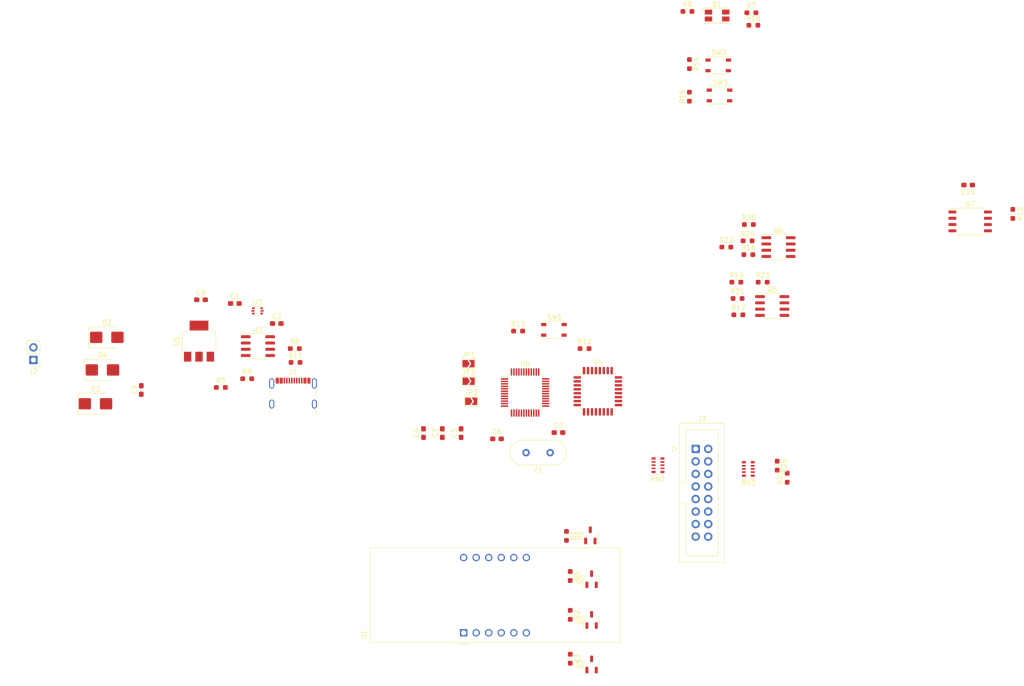
<source format=kicad_pcb>
(kicad_pcb (version 20211014) (generator pcbnew)
  (layers (0 "F.Cu" signal) (31 "B.Cu" signal) (34 "B.Paste" user) (35 "F.Paste" user) (36 "B.SilkS" user "B.Silkscreen") (37 "F.SilkS" user "F.Silkscreen") (38 "B.Mask" user) (39 "F.Mask" user) (44 "Edge.Cuts" user))
  (net 0 "")
  (net 1 "GND")
  (net 2 "Net-(Q5-Pad2)")
  (net 3 "Net-(Q5-Pad4)")
  (net 4 "OUT2")
  (net 5 "OUT1")
  (net 6 "Net-(Q6-Pad2)")
  (net 7 "Net-(Q6-Pad4)")
  (net 8 "OUT4")
  (net 9 "OUT3")
  (net 10 "e")
  (net 11 "d")
  (net 12 "dpx")
  (net 13 "c")
  (net 14 "g")
  (net 15 "CA4")
  (net 16 "b")
  (net 17 "CA3")
  (net 18 "CA2")
  (net 19 "f")
  (net 20 "a")
  (net 21 "CA1")
  (net 22 "Net-(R9-Pad2)")
  (net 23 "Net-(R11-Pad2)")
  (net 25 "+5V")
  (net 26 "USART1_RX")
  (net 27 "USART1_TX")
  (net 28 "Net-(C2-Pad2)")
  (net 29 "+3V3")
  (net 30 "Net-(C9-Pad1)")
  (net 31 "LED1")
  (net 32 "LED2")
  (net 33 "LED3")
  (net 34 "RESET")
  (net 35 "CA1_CTRL")
  (net 36 "CA2_CTRL")
  (net 37 "USART2_TX")
  (net 38 "USART2_RX")
  (net 39 "CA3_CTRL")
  (net 40 "CA4_CTRL")
  (net 41 "PB0_IO")
  (net 42 "PB1_IO")
  (net 43 "FLASH_CS")
  (net 44 "SW1")
  (net 45 "SW2")
  (net 46 "OUT1_CTRL")
  (net 47 "OUT2_CTRL")
  (net 48 "PB14_IO")
  (net 49 "OUT3_CTRL")
  (net 50 "dpx_swdio")
  (net 53 "swclk")
  (net 54 "OUT4_CTRL")
  (net 55 "SPI1_SCK")
  (net 56 "SPI1_MISO")
  (net 57 "SPI1_MOSI")
  (net 58 "I2C1_SDA")
  (net 59 "I2C1_SCL")
  (net 60 "Net-(R15-Pad2)")
  (net 61 "Q2")
  (net 62 "Q1")
  (net 63 "Net-(D1-Pad1)")
  (net 64 "Net-(D1-Pad2)")
  (net 65 "Net-(D1-Pad3)")
  (net 66 "VCC")
  (net 67 "/CC1")
  (net 68 "/USB_D+")
  (net 69 "/USB_D-")
  (net 71 "/CC2")
  (net 73 "Net-(J3-Pad1)")
  (net 74 "Net-(J3-Pad2)")
  (net 75 "Net-(J3-Pad3)")
  (net 76 "Net-(J3-Pad4)")
  (net 77 "Net-(J3-Pad5)")
  (net 78 "Net-(J3-Pad6)")
  (net 79 "Net-(J3-Pad7)")
  (net 80 "Net-(J3-Pad8)")
  (net 81 "Net-(J3-Pad9)")
  (net 82 "Net-(J3-Pad10)")
  (net 83 "Net-(Q1-Pad1)")
  (net 84 "Net-(Q2-Pad1)")
  (net 85 "Net-(Q3-Pad1)")
  (net 86 "Net-(Q4-Pad1)")
  (net 87 "BOOT0")
  (footprint "Package_TO_SOT_SMD:SOT-666" (layer "F.Cu") (at 67.476 85.8225)
    (fp_text reference "U3" (at 0 -1.75) (layer "F.SilkS"))
    (fp_text value "USBLC6-2P6")
    (pad "1" smd rect (at -0.85 -0.5375) (size 0.5 0.375) (layers "F.Cu" "F.Paste" "F.Mask") (net 23 "Net-(R11-Pad2)"))
    (pad "2" smd rect (at -0.925 0) (size 0.65 0.3) (layers "F.Cu" "F.Paste" "F.Mask") (net 1 "GND"))
    (pad "3" smd rect (at -0.85 0.5375) (size 0.5 0.375) (layers "F.Cu" "F.Paste" "F.Mask") (net 22 "Net-(R9-Pad2)"))
    (pad "4" smd rect (at 0.85 0.5375) (size 0.5 0.375) (layers "F.Cu" "F.Paste" "F.Mask") (net 22 "Net-(R9-Pad2)"))
    (pad "5" smd rect (at 0.925 0) (size 0.65 0.3) (layers "F.Cu" "F.Paste" "F.Mask") (net 25 "+5V"))
    (pad "6" smd rect (at 0.85 -0.5375) (size 0.5 0.375) (layers "F.Cu" "F.Paste" "F.Mask") (net 23 "Net-(R11-Pad2)"))
  )
  (footprint "Resistor_SMD:R_0603_1608Metric_Pad0.98x0.95mm_HandSolder" (layer "F.Cu") (at 154.5355 25.146)
    (fp_text reference "R8" (at 0 -1.43) (layer "F.SilkS"))
    (fp_text value "R")
    (pad "1" smd roundrect (at -0.9125 0) (size 0.975 0.95) (layers "F.Cu" "F.Paste" "F.Mask") (net 64 "Net-(D1-Pad2)"))
    (pad "2" smd roundrect (at 0.9125 0) (size 0.975 0.95) (layers "F.Cu" "F.Paste" "F.Mask") (net 32 "LED2"))
  )
  (footprint "Resistor_SMD:R_0603_1608Metric_Pad0.98x0.95mm_HandSolder" (layer "F.Cu") (at 166.9815 68.326)
    (fp_text reference "R20" (at 0 -1.43) (layer "F.SilkS"))
    (fp_text value "R")
    (pad "1" smd roundrect (at -0.9125 0) (size 0.975 0.95) (layers "F.Cu" "F.Paste" "F.Mask") (net 49 "OUT3_CTRL"))
    (pad "2" smd roundrect (at 0.9125 0) (size 0.975 0.95) (layers "F.Cu" "F.Paste" "F.Mask") (net 6 "Net-(Q6-Pad2)"))
  )
  (footprint "Resistor_SMD:R_0603_1608Metric_Pad0.98x0.95mm_HandSolder" (layer "F.Cu") (at 172.72 117.1975 -90)
    (fp_text reference "R26" (at 0 -1.43 90) (layer "F.SilkS"))
    (fp_text value "R")
    (pad "1" smd roundrect (at -0.9125 0 270) (size 0.975 0.95) (layers "F.Cu" "F.Paste" "F.Mask") (net 58 "I2C1_SDA"))
    (pad "2" smd roundrect (at 0.9125 0 270) (size 0.975 0.95) (layers "F.Cu" "F.Paste" "F.Mask") (net 29 "+3V3"))
  )
  (footprint "Resistor_SMD:R_0603_1608Metric_Pad0.98x0.95mm_HandSolder" (layer "F.Cu") (at 167.894 27.94)
    (fp_text reference "R10" (at 0 -1.43) (layer "F.SilkS"))
    (fp_text value "R")
    (pad "1" smd roundrect (at -0.9125 0) (size 0.975 0.95) (layers "F.Cu" "F.Paste" "F.Mask") (net 63 "Net-(D1-Pad1)"))
    (pad "2" smd roundrect (at 0.9125 0) (size 0.975 0.95) (layers "F.Cu" "F.Paste" "F.Mask") (net 33 "LED3"))
  )
  (footprint "Button_Switch_SMD:SW_Push_1P1T_NO_Vertical_Wuerth_434133025816" (layer "F.Cu") (at 160.782 36.068)
    (fp_text reference "SW2" (at 0.15 -2.6) (layer "F.SilkS"))
    (fp_text value "SW_DIP_x01")
    (pad "1" smd rect (at 2.075 -1.075) (size 1.05 0.65) (layers "F.Cu" "F.Paste" "F.Mask") (net 1 "GND"))
    (pad "1" smd rect (at -2.075 -1.075) (size 1.05 0.65) (layers "F.Cu" "F.Paste" "F.Mask") (net 1 "GND"))
    (pad "2" smd rect (at -2.075 1.075) (size 1.05 0.65) (layers "F.Cu" "F.Paste" "F.Mask") (net 44 "SW1"))
    (pad "2" smd rect (at 2.05 1.075) (size 1.05 0.65) (layers "F.Cu" "F.Paste" "F.Mask") (net 44 "SW1"))
  )
  (footprint "Resistor_SMD:R_0603_1608Metric_Pad0.98x0.95mm_HandSolder" (layer "F.Cu") (at 167.4895 25.4)
    (fp_text reference "R7" (at 0 -1.43) (layer "F.SilkS"))
    (fp_text value "R")
    (pad "1" smd roundrect (at -0.9125 0) (size 0.975 0.95) (layers "F.Cu" "F.Paste" "F.Mask") (net 65 "Net-(D1-Pad3)"))
    (pad "2" smd roundrect (at 0.9125 0) (size 0.975 0.95) (layers "F.Cu" "F.Paste" "F.Mask") (net 31 "LED1"))
  )
  (footprint "Resistor_SMD:R_0603_1608Metric_Pad0.98x0.95mm_HandSolder" (layer "F.Cu") (at 130.81 147.4235 -90)
    (fp_text reference "R2" (at 0 -1.43 90) (layer "F.SilkS"))
    (fp_text value "R")
    (pad "1" smd roundrect (at -0.9125 0 270) (size 0.975 0.95) (layers "F.Cu" "F.Paste" "F.Mask") (net 39 "CA3_CTRL"))
    (pad "2" smd roundrect (at 0.9125 0 270) (size 0.975 0.95) (layers "F.Cu" "F.Paste" "F.Mask") (net 84 "Net-(Q2-Pad1)"))
  )
  (footprint "Package_SO:SOIC-8_3.9x4.9mm_P1.27mm" (layer "F.Cu") (at 67.564 92.964)
    (fp_text reference "U2" (at 0 -3.4) (layer "F.SilkS"))
    (fp_text value "CH330N")
    (pad "1" smd roundrect (at -2.475 -1.905) (size 1.95 0.6) (layers "F.Cu" "F.Paste" "F.Mask") (net 22 "Net-(R9-Pad2)"))
    (pad "2" smd roundrect (at -2.475 -0.635) (size 1.95 0.6) (layers "F.Cu" "F.Paste" "F.Mask") (net 23 "Net-(R11-Pad2)"))
    (pad "3" smd roundrect (at -2.475 0.635) (size 1.95 0.6) (layers "F.Cu" "F.Paste" "F.Mask") (net 1 "GND"))
    (pad "4" smd roundrect (at -2.475 1.905) (size 1.95 0.6) (layers "F.Cu" "F.Paste" "F.Mask"))
    (pad "5" smd roundrect (at 2.475 1.905) (size 1.95 0.6) (layers "F.Cu" "F.Paste" "F.Mask") (net 25 "+5V"))
    (pad "6" smd roundrect (at 2.475 0.635) (size 1.95 0.6) (layers "F.Cu" "F.Paste" "F.Mask") (net 26 "USART1_RX"))
    (pad "7" smd roundrect (at 2.475 -0.635) (size 1.95 0.6) (layers "F.Cu" "F.Paste" "F.Mask") (net 27 "USART1_TX"))
    (pad "8" smd roundrect (at 2.475 -1.905) (size 1.95 0.6) (layers "F.Cu" "F.Paste" "F.Mask") (net 28 "Net-(C2-Pad2)"))
  )
  (footprint "Resistor_SMD:R_0603_1608Metric_Pad0.98x0.95mm_HandSolder" (layer "F.Cu") (at 164.6955 83.312)
    (fp_text reference "R21" (at 0 -1.43) (layer "F.SilkS"))
    (fp_text value "R")
    (pad "1" smd roundrect (at -0.9125 0) (size 0.975 0.95) (layers "F.Cu" "F.Paste" "F.Mask") (net 1 "GND"))
    (pad "2" smd roundrect (at 0.9125 0) (size 0.975 0.95) (layers "F.Cu" "F.Paste" "F.Mask") (net 47 "OUT2_CTRL"))
  )
  (footprint "Crystal:Crystal_HC49-4H_Vertical" (layer "F.Cu") (at 126.746 114.554 180)
    (fp_text reference "Y1" (at 2.44 -3.525) (layer "F.SilkS"))
    (fp_text value "Crystal")
    (pad "1" thru_hole circle (at 0 0 180) (size 1.5 1.5) (drill 0.8) (layers *.Cu *.Mask) (net 61 "Q2"))
    (pad "2" thru_hole circle (at 4.88 0 180) (size 1.5 1.5) (drill 0.8) (layers *.Cu *.Mask) (net 62 "Q1"))
  )
  (footprint "Package_TO_SOT_SMD:SOT-23-3" (layer "F.Cu") (at 135.128 157.48 90)
    (fp_text reference "Q3" (at 0 -2.4 90) (layer "F.SilkS"))
    (fp_text value "Q_NPN_BCE")
    (pad "1" smd roundrect locked (at -1.1375 -0.95 90) (size 1.325 0.6) (layers "F.Cu" "F.Paste" "F.Mask") (net 85 "Net-(Q3-Pad1)"))
    (pad "2" smd roundrect locked (at -1.1375 0.95 90) (size 1.325 0.6) (layers "F.Cu" "F.Paste" "F.Mask") (net 15 "CA4"))
    (pad "3" smd roundrect locked (at 1.1375 0 90) (size 1.325 0.6) (layers "F.Cu" "F.Paste" "F.Mask") (net 1 "GND"))
  )
  (footprint "Diode_SMD:D_SMB" (layer "F.Cu") (at 36.068 97.79)
    (fp_text reference "D4" (at 0 -3) (layer "F.SilkS"))
    (fp_text value "D_TVS")
    (pad "1" smd roundrect (at -2.15 0) (size 2.5 2.3) (layers "F.Cu" "F.Paste" "F.Mask") (roundrect_rratio 0.1086956522) (net 1 "GND"))
    (pad "2" smd roundrect (at 2.15 0) (size 2.5 2.3) (layers "F.Cu" "F.Paste" "F.Mask") (roundrect_rratio 0.1086956522) (net 66 "VCC"))
  )
  (footprint "Capacitor_SMD:C_0603_1608Metric_Pad1.08x0.95mm_HandSolder" (layer "F.Cu") (at 128.4235 110.49)
    (fp_text reference "C7" (at 0 -1.43) (layer "F.SilkS"))
    (fp_text value "C")
    (pad "1" smd roundrect (at -0.8625 0) (size 1.075 0.95) (layers "F.Cu" "F.Paste" "F.Mask") (net 62 "Q1"))
    (pad "2" smd roundrect (at 0.8625 0) (size 1.075 0.95) (layers "F.Cu" "F.Paste" "F.Mask") (net 1 "GND"))
  )
  (footprint "Display_7Segment:CA56-12CGKWA" (layer "F.Cu") (at 109.22 151.0525 90)
    (fp_text reference "U1" (at -0.44 -20.15 90) (layer "F.SilkS"))
    (fp_text value "CC56-12CGKWA")
    (pad "1" thru_hole rect (at 0 0 90) (size 1.5 1.5) (drill 1) (layers *.Cu *.Mask) (net 10 "e"))
    (pad "2" thru_hole circle (at 0 2.54 90) (size 1.5 1.5) (drill 1) (layers *.Cu *.Mask) (net 11 "d"))
    (pad "3" thru_hole circle (at 0 5.08 90) (size 1.5 1.5) (drill 1) (layers *.Cu *.Mask) (net 12 "dpx"))
    (pad "4" thru_hole circle (at 0 7.62 90) (size 1.5 1.5) (drill 1) (layers *.Cu *.Mask) (net 13 "c"))
    (pad "5" thru_hole circle (at 0 10.16 90) (size 1.5 1.5) (drill 1) (layers *.Cu *.Mask) (net 14 "g"))
    (pad "6" thru_hole circle (at 0 12.7 90) (size 1.5 1.5) (drill 1) (layers *.Cu *.Mask) (net 15 "CA4"))
    (pad "7" thru_hole circle (at 15.24 12.7 90) (size 1.5 1.5) (drill 1) (layers *.Cu *.Mask) (net 16 "b"))
    (pad "8" thru_hole circle (at 15.24 10.16 90) (size 1.5 1.5) (drill 1) (layers *.Cu *.Mask) (net 17 "CA3"))
    (pad "9" thru_hole circle (at 15.24 7.62 90) (size 1.5 1.5) (drill 1) (layers *.Cu *.Mask) (net 18 "CA2"))
    (pad "10" thru_hole circle (at 15.24 5.08 90) (size 1.5 1.5) (drill 1) (layers *.Cu *.Mask) (net 19 "f"))
    (pad "11" thru_hole circle (at 15.24 2.54 90) (size 1.5 1.5) (drill 1) (layers *.Cu *.Mask) (net 20 "a"))
    (pad "12" thru_hole circle (at 15.24 0 90) (size 1.5 1.5) (drill 1) (layers *.Cu *.Mask) (net 21 "CA1"))
  )
  (footprint "Package_TO_SOT_SMD:SOT-23-3" (layer "F.Cu") (at 135.128 140.208 90)
    (fp_text reference "Q4" (at 0 -2.4 90) (layer "F.SilkS"))
    (fp_text value "Q_NPN_BCE")
    (pad "1" smd roundrect locked (at -1.1375 -0.95 90) (size 1.325 0.6) (layers "F.Cu" "F.Paste" "F.Mask") (net 86 "Net-(Q4-Pad1)"))
    (pad "2" smd roundrect locked (at -1.1375 0.95 90) (size 1.325 0.6) (layers "F.Cu" "F.Paste" "F.Mask") (net 18 "CA2"))
    (pad "3" smd roundrect locked (at 1.1375 0 90) (size 1.325 0.6) (layers "F.Cu" "F.Paste" "F.Mask") (net 1 "GND"))
  )
  (footprint "Resistor_SMD:R_0603_1608Metric_Pad0.98x0.95mm_HandSolder" (layer "F.Cu") (at 130.81 156.3135 -90)
    (fp_text reference "R3" (at 0 -1.43 90) (layer "F.SilkS"))
    (fp_text value "R")
    (pad "1" smd roundrect (at -0.9125 0 270) (size 0.975 0.95) (layers "F.Cu" "F.Paste" "F.Mask") (net 40 "CA4_CTRL"))
    (pad "2" smd roundrect (at 0.9125 0 270) (size 0.975 0.95) (layers "F.Cu" "F.Paste" "F.Mask") (net 85 "Net-(Q3-Pad1)"))
  )
  (footprint "Package_QFP:LQFP-32_7x7mm_P0.8mm" (layer "F.Cu") (at 136.398 102.108)
    (fp_text reference "U4" (at 0 -5.88) (layer "F.SilkS"))
    (fp_text value "STM32F030K6Tx")
    (pad "1" smd roundrect (at -4.175 -2.8) (size 1.5 0.5) (layers "F.Cu" "F.Paste" "F.Mask") (net 29 "+3V3"))
    (pad "2" smd roundrect (at -4.175 -2) (size 1.5 0.5) (layers "F.Cu" "F.Paste" "F.Mask") (net 62 "Q1"))
    (pad "3" smd roundrect (at -4.175 -1.2) (size 1.5 0.5) (layers "F.Cu" "F.Paste" "F.Mask") (net 61 "Q2"))
    (pad "4" smd roundrect (at -4.175 -0.4) (size 1.5 0.5) (layers "F.Cu" "F.Paste" "F.Mask") (net 34 "RESET"))
    (pad "5" smd roundrect (at -4.175 0.4) (size 1.5 0.5) (layers "F.Cu" "F.Paste" "F.Mask") (net 29 "+3V3"))
    (pad "6" smd roundrect (at -4.175 1.2) (size 1.5 0.5) (layers "F.Cu" "F.Paste" "F.Mask") (net 35 "CA1_CTRL"))
    (pad "7" smd roundrect (at -4.175 2) (size 1.5 0.5) (layers "F.Cu" "F.Paste" "F.Mask") (net 36 "CA2_CTRL"))
    (pad "8" smd roundrect (at -4.175 2.8) (size 1.5 0.5) (layers "F.Cu" "F.Paste" "F.Mask") (net 46 "OUT1_CTRL"))
    (pad "9" smd roundrect (at -2.8 4.175) (size 0.5 1.5) (layers "F.Cu" "F.Paste" "F.Mask") (net 47 "OUT2_CTRL"))
    (pad "10" smd roundrect (at -2 4.175) (size 0.5 1.5) (layers "F.Cu" "F.Paste" "F.Mask") (net 39 "CA3_CTRL"))
    (pad "11" smd roundrect (at -1.2 4.175) (size 0.5 1.5) (layers "F.Cu" "F.Paste" "F.Mask") (net 40 "CA4_CTRL"))
    (pad "12" smd roundrect (at -0.4 4.175) (size 0.5 1.5) (layers "F.Cu" "F.Paste" "F.Mask") (net 20 "a"))
    (pad "13" smd roundrect (at 0.4 4.175) (size 0.5 1.5) (layers "F.Cu" "F.Paste" "F.Mask") (net 16 "b"))
    (pad "14" smd roundrect (at 1.2 4.175) (size 0.5 1.5) (layers "F.Cu" "F.Paste" "F.Mask") (net 41 "PB0_IO"))
    (pad "15" smd roundrect (at 2 4.175) (size 0.5 1.5) (layers "F.Cu" "F.Paste" "F.Mask") (net 42 "PB1_IO"))
    (pad "16" smd roundrect (at 2.8 4.175) (size 0.5 1.5) (layers "F.Cu" "F.Paste" "F.Mask") (net 1 "GND"))
    (pad "17" smd roundrect (at 4.175 2.8) (size 1.5 0.5) (layers "F.Cu" "F.Paste" "F.Mask") (net 29 "+3V3"))
    (pad "18" smd roundrect (at 4.175 2) (size 1.5 0.5) (layers "F.Cu" "F.Paste" "F.Mask") (net 13 "c"))
    (pad "19" smd roundrect (at 4.175 1.2) (size 1.5 0.5) (layers "F.Cu" "F.Paste" "F.Mask") (net 11 "d"))
    (pad "20" smd roundrect (at 4.175 0.4) (size 1.5 0.5) (layers "F.Cu" "F.Paste" "F.Mask") (net 10 "e"))
    (pad "21" smd roundrect (at 4.175 -0.4) (size 1.5 0.5) (layers "F.Cu" "F.Paste" "F.Mask") (net 19 "f"))
    (pad "22" smd roundrect (at 4.175 -1.2) (size 1.5 0.5) (layers "F.Cu" "F.Paste" "F.Mask") (net 14 "g"))
    (pad "23" smd roundrect (at 4.175 -2) (size 1.5 0.5) (layers "F.Cu" "F.Paste" "F.Mask") (net 50 "dpx_swdio"))
    (pad "24" smd roundrect (at 4.175 -2.8) (size 1.5 0.5) (layers "F.Cu" "F.Paste" "F.Mask") (net 53 "swclk"))
    (pad "25" smd roundrect (at 2.8 -4.175) (size 0.5 1.5) (layers "F.Cu" "F.Paste" "F.Mask") (net 44 "SW1"))
    (pad "26" smd roundrect (at 2 -4.175) (size 0.5 1.5) (layers "F.Cu" "F.Paste" "F.Mask") (net 55 "SPI1_SCK"))
    (pad "27" smd roundrect (at 1.2 -4.175) (size 0.5 1.5) (layers "F.Cu" "F.Paste" "F.Mask") (net 56 "SPI1_MISO"))
    (pad "28" smd roundrect (at 0.4 -4.175) (size 0.5 1.5) (layers "F.Cu" "F.Paste" "F.Mask") (net 57 "SPI1_MOSI"))
    (pad "29" smd roundrect (at -0.4 -4.175) (size 0.5 1.5) (layers "F.Cu" "F.Paste" "F.Mask") (net 27 "USART1_TX"))
    (pad "30" smd roundrect (at -1.2 -4.175) (size 0.5 1.5) (layers "F.Cu" "F.Paste" "F.Mask") (net 26 "USART1_RX"))
    (pad "31" smd roundrect (at -2 -4.175) (size 0.5 1.5) (layers "F.Cu" "F.Paste" "F.Mask") (net 87 "BOOT0"))
    (pad "32" smd roundrect (at -2.8 -4.175) (size 0.5 1.5) (layers "F.Cu" "F.Paste" "F.Mask") (net 1 "GND"))
  )
  (footprint "Package_SO:SOIC-8_5.23x5.23mm_P1.27mm" (layer "F.Cu") (at 211.792 67.691)
    (fp_text reference "U7" (at 0 -3.56) (layer "F.SilkS"))
    (fp_text value "W25Q32JVSS")
    (pad "1" smd roundrect (at -3.6 -1.905) (size 1.6 0.6) (layers "F.Cu" "F.Paste" "F.Mask") (net 43 "FLASH_CS"))
    (pad "2" smd roundrect (at -3.6 -0.635) (size 1.6 0.6) (layers "F.Cu" "F.Paste" "F.Mask") (net 56 "SPI1_MISO"))
    (pad "3" smd roundrect (at -3.6 0.635) (size 1.6 0.6) (layers "F.Cu" "F.Paste" "F.Mask") (net 60 "Net-(R15-Pad2)"))
    (pad "4" smd roundrect (at -3.6 1.905) (size 1.6 0.6) (layers "F.Cu" "F.Paste" "F.Mask") (net 1 "GND"))
    (pad "5" smd roundrect (at 3.6 1.905) (size 1.6 0.6) (layers "F.Cu" "F.Paste" "F.Mask") (net 57 "SPI1_MOSI"))
    (pad "6" smd roundrect (at 3.6 0.635) (size 1.6 0.6) (layers "F.Cu" "F.Paste" "F.Mask") (net 55 "SPI1_SCK"))
    (pad "7" smd roundrect (at 3.6 -0.635) (size 1.6 0.6) (layers "F.Cu" "F.Paste" "F.Mask") (net 34 "RESET"))
    (pad "8" smd roundrect (at 3.6 -1.905) (size 1.6 0.6) (layers "F.Cu" "F.Paste" "F.Mask") (net 29 "+3V3"))
  )
  (footprint "Resistor_SMD:R_0603_1608Metric_Pad0.98x0.95mm_HandSolder" (layer "F.Cu") (at 164.4415 80.01)
    (fp_text reference "R19" (at 0 -1.43) (layer "F.SilkS"))
    (fp_text value "R")
    (pad "1" smd roundrect (at -0.9125 0) (size 0.975 0.95) (layers "F.Cu" "F.Paste" "F.Mask") (net 46 "OUT1_CTRL"))
    (pad "2" smd roundrect (at 0.9125 0) (size 0.975 0.95) (layers "F.Cu" "F.Paste" "F.Mask") (net 2 "Net-(Q5-Pad2)"))
  )
  (footprint "LED_SMD:LED_RGB_1210" (layer "F.Cu") (at 160.556 25.97)
    (fp_text reference "D1" (at 0 -2.3) (layer "F.SilkS"))
    (fp_text value "LED_BGRK")
    (pad "1" smd rect (at -1.75 -0.7 180) (size 1.5 1) (layers "F.Cu" "F.Paste" "F.Mask") (net 63 "Net-(D1-Pad1)"))
    (pad "2" smd rect (at -1.75 0.7 180) (size 1.5 1) (layers "F.Cu" "F.Paste" "F.Mask") (net 64 "Net-(D1-Pad2)"))
    (pad "3" smd rect (at 1.75 0.7 180) (size 1.5 1) (layers "F.Cu" "F.Paste" "F.Mask") (net 65 "Net-(D1-Pad3)"))
    (pad "4" smd rect (at 1.75 -0.7 180) (size 1.5 1) (layers "F.Cu" "F.Paste" "F.Mask") (net 1 "GND"))
  )
  (footprint "Resistor_SMD:R_0603_1608Metric_Pad0.98x0.95mm_HandSolder" (layer "F.Cu") (at 75.184 96.266)
    (fp_text reference "R11" (at 0 -1.43) (layer "F.SilkS"))
    (fp_text value "R")
    (pad "1" smd roundrect (at -0.9125 0) (size 0.975 0.95) (layers "F.Cu" "F.Paste" "F.Mask") (net 69 "/USB_D-"))
    (pad "2" smd roundrect (at 0.9125 0) (size 0.975 0.95) (layers "F.Cu" "F.Paste" "F.Mask") (net 23 "Net-(R11-Pad2)"))
  )
  (footprint "Package_SO:SOIC-8_3.9x4.9mm_P1.27mm" (layer "F.Cu") (at 171.704 84.836)
    (fp_text reference "Q5" (at 0 -3.4) (layer "F.SilkS"))
    (fp_text value "FDS6890A")
    (pad "1" smd roundrect (at -2.475 -1.905) (size 1.95 0.6) (layers "F.Cu" "F.Paste" "F.Mask") (net 1 "GND"))
    (pad "2" smd roundrect (at -2.475 -0.635) (size 1.95 0.6) (layers "F.Cu" "F.Paste" "F.Mask") (net 2 "Net-(Q5-Pad2)"))
    (pad "3" smd roundrect (at -2.475 0.635) (size 1.95 0.6) (layers "F.Cu" "F.Paste" "F.Mask") (net 1 "GND"))
    (pad "4" smd roundrect (at -2.475 1.905) (size 1.95 0.6) (layers "F.Cu" "F.Paste" "F.Mask") (net 3 "Net-(Q5-Pad4)"))
    (pad "5" smd roundrect (at 2.475 1.905) (size 1.95 0.6) (layers "F.Cu" "F.Paste" "F.Mask") (net 4 "OUT2"))
    (pad "6" smd roundrect (at 2.475 0.635) (size 1.95 0.6) (layers "F.Cu" "F.Paste" "F.Mask") (net 4 "OUT2"))
    (pad "7" smd roundrect (at 2.475 -0.635) (size 1.95 0.6) (layers "F.Cu" "F.Paste" "F.Mask") (net 5 "OUT1"))
    (pad "8" smd roundrect (at 2.475 -1.905) (size 1.95 0.6) (layers "F.Cu" "F.Paste" "F.Mask") (net 5 "OUT1"))
  )
  (footprint "Resistor_SMD:R_0603_1608Metric_Pad0.98x0.95mm_HandSolder" (layer "F.Cu") (at 133.7075 93.472)
    (fp_text reference "R12" (at 0 -1.43) (layer "F.SilkS"))
    (fp_text value "R")
    (pad "1" smd roundrect (at -0.9125 0) (size 0.975 0.95) (layers "F.Cu" "F.Paste" "F.Mask") (net 1 "GND"))
    (pad "2" smd roundrect (at 0.9125 0) (size 0.975 0.95) (layers "F.Cu" "F.Paste" "F.Mask") (net 87 "BOOT0"))
  )
  (footprint "Resistor_SMD:R_0603_1608Metric_Pad0.98x0.95mm_HandSolder" (layer "F.Cu") (at 166.878 74.422)
    (fp_text reference "R18" (at 0 -1.43) (layer "F.SilkS"))
    (fp_text value "R")
    (pad "1" smd roundrect (at -0.9125 0) (size 0.975 0.95) (layers "F.Cu" "F.Paste" "F.Mask") (net 54 "OUT4_CTRL"))
    (pad "2" smd roundrect (at 0.9125 0) (size 0.975 0.95) (layers "F.Cu" "F.Paste" "F.Mask") (net 7 "Net-(Q6-Pad4)"))
  )
  (footprint "Resistor_SMD:R_0603_1608Metric_Pad0.98x0.95mm_HandSolder" (layer "F.Cu") (at 130.81 139.5495 -90)
    (fp_text reference "R4" (at 0 -1.43 90) (layer "F.SilkS"))
    (fp_text value "R")
    (pad "1" smd roundrect (at -0.9125 0 270) (size 0.975 0.95) (layers "F.Cu" "F.Paste" "F.Mask") (net 36 "CA2_CTRL"))
    (pad "2" smd roundrect (at 0.9125 0 270) (size 0.975 0.95) (layers "F.Cu" "F.Paste" "F.Mask") (net 86 "Net-(Q4-Pad1)"))
  )
  (footprint "Capacitor_SMD:C_0603_1608Metric_Pad1.08x0.95mm_HandSolder" (layer "F.Cu") (at 43.942 101.854 90)
    (fp_text reference "C9" (at 0 -1.43 90) (layer "F.SilkS"))
    (fp_text value "C")
    (pad "1" smd roundrect (at -0.8625 0 90) (size 1.075 0.95) (layers "F.Cu" "F.Paste" "F.Mask") (net 30 "Net-(C9-Pad1)"))
    (pad "2" smd roundrect (at 0.8625 0 90) (size 1.075 0.95) (layers "F.Cu" "F.Paste" "F.Mask") (net 1 "GND"))
  )
  (footprint "Resistor_SMD:R_Array_Convex_5x0603" (layer "F.Cu") (at 166.8685 117.856 180)
    (fp_text reference "RN2" (at 0 -2.8) (layer "F.SilkS"))
    (fp_text value "R_Pack05")
    (pad "1" smd rect (at -0.9 -1.36 180) (size 0.8 0.48) (layers "F.Cu" "F.Paste" "F.Mask") (net 48 "PB14_IO"))
    (pad "2" smd rect (at -0.9 -0.64 180) (size 0.8 0.32) (layers "F.Cu" "F.Paste" "F.Mask") (net 38 "USART2_RX"))
    (pad "3" smd rect (at -0.9 0 180) (size 0.8 0.32) (layers "F.Cu" "F.Paste" "F.Mask") (net 37 "USART2_TX"))
    (pad "4" smd rect (at -0.9 0.64 180) (size 0.8 0.32) (layers "F.Cu" "F.Paste" "F.Mask") (net 59 "I2C1_SCL"))
    (pad "5" smd rect (at -0.9 1.36 180) (size 0.8 0.48) (layers "F.Cu" "F.Paste" "F.Mask") (net 58 "I2C1_SDA"))
    (pad "6" smd rect (at 0.9 1.36 180) (size 0.8 0.48) (layers "F.Cu" "F.Paste" "F.Mask") (net 74 "Net-(J3-Pad2)"))
    (pad "7" smd rect (at 0.9 0.64 180) (size 0.8 0.32) (layers "F.Cu" "F.Paste" "F.Mask") (net 76 "Net-(J3-Pad4)"))
    (pad "8" smd rect (at 0.9 0 180) (size 0.8 0.32) (layers "F.Cu" "F.Paste" "F.Mask") (net 78 "Net-(J3-Pad6)"))
    (pad "9" smd rect (at 0.9 -0.64 180) (size 0.8 0.32) (layers "F.Cu" "F.Paste" "F.Mask") (net 80 "Net-(J3-Pad8)"))
    (pad "10" smd rect (at 0.9 -1.36 180) (size 0.8 0.48) (layers "F.Cu" "F.Paste" "F.Mask") (net 82 "Net-(J3-Pad10)"))
  )
  (footprint "Resistor_SMD:R_0603_1608Metric_Pad0.98x0.95mm_HandSolder" (layer "F.Cu") (at 120.2455 89.916)
    (fp_text reference "R13" (at 0 -1.43) (layer "F.SilkS"))
    (fp_text value "R")
    (pad "1" smd roundrect (at -0.9125 0) (size 0.975 0.95) (layers "F.Cu" "F.Paste" "F.Mask") (net 34 "RESET"))
    (pad "2" smd roundrect (at 0.9125 0) (size 0.975 0.95) (layers "F.Cu" "F.Paste" "F.Mask") (net 29 "+3V3"))
  )
  (footprint "Diode_SMD:D_SMB" (layer "F.Cu") (at 36.966 91.186)
    (fp_text reference "D2" (at 0 -3) (layer "F.SilkS"))
    (fp_text value "DIODE")
    (pad "1" smd roundrect (at -2.15 0) (size 2.5 2.3) (layers "F.Cu" "F.Paste" "F.Mask") (roundrect_rratio 0.1086956522) (net 25 "+5V"))
    (pad "2" smd roundrect (at 2.15 0) (size 2.5 2.3) (layers "F.Cu" "F.Paste" "F.Mask") (roundrect_rratio 0.1086956522) (net 30 "Net-(C9-Pad1)"))
  )
  (footprint "Resistor_SMD:R_0603_1608Metric_Pad0.98x0.95mm_HandSolder" (layer "F.Cu") (at 169.7755 80.01)
    (fp_text reference "R23" (at 0 -1.43) (layer "F.SilkS"))
    (fp_text value "R")
    (pad "1" smd roundrect (at -0.9125 0) (size 0.975 0.95) (layers "F.Cu" "F.Paste" "F.Mask") (net 1 "GND"))
    (pad "2" smd roundrect (at 0.9125 0) (size 0.975 0.95) (layers "F.Cu" "F.Paste" "F.Mask") (net 46 "OUT1_CTRL"))
  )
  (footprint "Capacitor_SMD:C_0603_1608Metric_Pad1.08x0.95mm_HandSolder" (layer "F.Cu") (at 108.712 110.5905 90)
    (fp_text reference "C5" (at 0 -1.43 90) (layer "F.SilkS"))
    (fp_text value "C")
    (pad "1" smd roundrect (at -0.8625 0 90) (size 1.075 0.95) (layers "F.Cu" "F.Paste" "F.Mask") (net 29 "+3V3"))
    (pad "2" smd roundrect (at 0.8625 0 90) (size 1.075 0.95) (layers "F.Cu" "F.Paste" "F.Mask") (net 1 "GND"))
  )
  (footprint "Resistor_SMD:R_0603_1608Metric_Pad0.98x0.95mm_HandSolder" (layer "F.Cu") (at 164.846 86.614)
    (fp_text reference "R17" (at 0 -1.43) (layer "F.SilkS"))
    (fp_text value "R")
    (pad "1" smd roundrect (at -0.9125 0) (size 0.975 0.95) (layers "F.Cu" "F.Paste" "F.Mask") (net 47 "OUT2_CTRL"))
    (pad "2" smd roundrect (at 0.9125 0) (size 0.975 0.95) (layers "F.Cu" "F.Paste" "F.Mask") (net 3 "Net-(Q5-Pad4)"))
  )
  (footprint "Button_Switch_SMD:SW_Push_1P1T_NO_Vertical_Wuerth_434133025816" (layer "F.Cu") (at 127.508 89.662)
    (fp_text reference "SW1" (at 0.15 -2.6) (layer "F.SilkS"))
    (fp_text value "SW_DIP_x01")
    (pad "1" smd rect (at 2.075 -1.075) (size 1.05 0.65) (layers "F.Cu" "F.Paste" "F.Mask") (net 1 "GND"))
    (pad "1" smd rect (at -2.075 -1.075) (size 1.05 0.65) (layers "F.Cu" "F.Paste" "F.Mask") (net 1 "GND"))
    (pad "2" smd rect (at -2.075 1.075) (size 1.05 0.65) (layers "F.Cu" "F.Paste" "F.Mask") (net 34 "RESET"))
    (pad "2" smd rect (at 2.05 1.075) (size 1.05 0.65) (layers "F.Cu" "F.Paste" "F.Mask") (net 34 "RESET"))
  )
  (footprint "Resistor_SMD:R_Array_Convex_5x0603" (layer "F.Cu") (at 148.5805 117.094 180)
    (fp_text reference "RN1" (at 0 -2.8) (layer "F.SilkS"))
    (fp_text value "R_Pack05")
    (pad "1" smd rect (at -0.9 -1.36 180) (size 0.8 0.48) (layers "F.Cu" "F.Paste" "F.Mask") (net 81 "Net-(J3-Pad9)"))
    (pad "2" smd rect (at -0.9 -0.64 180) (size 0.8 0.32) (layers "F.Cu" "F.Paste" "F.Mask") (net 79 "Net-(J3-Pad7)"))
    (pad "3" smd rect (at -0.9 0 180) (size 0.8 0.32) (layers "F.Cu" "F.Paste" "F.Mask") (net 77 "Net-(J3-Pad5)"))
    (pad "4" smd rect (at -0.9 0.64 180) (size 0.8 0.32) (layers "F.Cu" "F.Paste" "F.Mask") (net 75 "Net-(J3-Pad3)"))
    (pad "5" smd rect (at -0.9 1.36 180) (size 0.8 0.48) (layers "F.Cu" "F.Paste" "F.Mask") (net 73 "Net-(J3-Pad1)"))
    (pad "6" smd rect (at 0.9 1.36 180) (size 0.8 0.48) (layers "F.Cu" "F.Paste" "F.Mask") (net 41 "PB0_IO"))
    (pad "7" smd rect (at 0.9 0.64 180) (size 0.8 0.32) (layers "F.Cu" "F.Paste" "F.Mask") (net 42 "PB1_IO"))
    (pad "8" smd rect (at 0.9 0 180) (size 0.8 0.32) (layers "F.Cu" "F.Paste" "F.Mask") (net 55 "SPI1_SCK"))
    (pad "9" smd rect (at 0.9 -0.64 180) (size 0.8 0.32) (layers "F.Cu" "F.Paste" "F.Mask") (net 56 "SPI1_MISO"))
    (pad "10" smd rect (at 0.9 -1.36 180) (size 0.8 0.48) (layers "F.Cu" "F.Paste" "F.Mask") (net 57 "SPI1_MOSI"))
  )
  (footprint "Package_TO_SOT_SMD:SOT-23-3" (layer "F.Cu") (at 134.874 131.318 90)
    (fp_text reference "Q1" (at 0 -2.4 90) (layer "F.SilkS"))
    (fp_text value "Q_NPN_BCE")
    (pad "1" smd roundrect locked (at -1.1375 -0.95 90) (size 1.325 0.6) (layers "F.Cu" "F.Paste" "F.Mask") (net 83 "Net-(Q1-Pad1)"))
    (pad "2" smd roundrect locked (at -1.1375 0.95 90) (size 1.325 0.6) (layers "F.Cu" "F.Paste" "F.Mask") (net 21 "CA1"))
    (pad "3" smd roundrect locked (at 1.1375 0 90) (size 1.325 0.6) (layers "F.Cu" "F.Paste" "F.Mask") (net 1 "GND"))
  )
  (footprint "Diode_SMD:D_SMB" (layer "F.Cu") (at 34.662 104.648)
    (fp_text reference "D3" (at 0 -3) (layer "F.SilkS"))
    (fp_text value "DIODE")
    (pad "1" smd roundrect (at -2.15 0) (size 2.5 2.3) (layers "F.Cu" "F.Paste" "F.Mask") (roundrect_rratio 0.1086956522) (net 66 "VCC"))
    (pad "2" smd roundrect (at 2.15 0) (size 2.5 2.3) (layers "F.Cu" "F.Paste" "F.Mask") (roundrect_rratio 0.1086956522) (net 30 "Net-(C9-Pad1)"))
  )
  (footprint "Capacitor_SMD:C_0603_1608Metric_Pad1.08x0.95mm_HandSolder" (layer "F.Cu") (at 101.092 110.5905 90)
    (fp_text reference "C4" (at 0 -1.43 90) (layer "F.SilkS"))
    (fp_text value "C")
    (pad "1" smd roundrect (at -0.8625 0 90) (size 1.075 0.95) (layers "F.Cu" "F.Paste" "F.Mask") (net 29 "+3V3"))
    (pad "2" smd roundrect (at 0.8625 0 90) (size 1.075 0.95) (layers "F.Cu" "F.Paste" "F.Mask") (net 1 "GND"))
  )
  (footprint "Resistor_SMD:R_0603_1608Metric_Pad0.98x0.95mm_HandSolder" (layer "F.Cu") (at 130.048 131.4215 -90)
    (fp_text reference "R1" (at 0 -1.43 90) (layer "F.SilkS"))
    (fp_text value "R")
    (pad "1" smd roundrect (at -0.9125 0 270) (size 0.975 0.95) (layers "F.Cu" "F.Paste" "F.Mask") (net 35 "CA1_CTRL"))
    (pad "2" smd roundrect (at 0.9125 0 270) (size 0.975 0.95) (layers "F.Cu" "F.Paste" "F.Mask") (net 83 "Net-(Q1-Pad1)"))
  )
  (footprint "Resistor_SMD:R_0603_1608Metric_Pad0.98x0.95mm_HandSolder" (layer "F.Cu") (at 162.4095 72.898)
    (fp_text reference "R22" (at 0 -1.43) (layer "F.SilkS"))
    (fp_text value "R")
    (pad "1" smd roundrect (at -0.9125 0) (size 0.975 0.95) (layers "F.Cu" "F.Paste" "F.Mask") (net 1 "GND"))
    (pad "2" smd roundrect (at 0.9125 0) (size 0.975 0.95) (layers "F.Cu" "F.Paste" "F.Mask") (net 54 "OUT4_CTRL"))
  )
  (footprint "Resistor_SMD:R_0603_1608Metric_Pad0.98x0.95mm_HandSolder" (layer "F.Cu") (at 60.0475 101.346)
    (fp_text reference "R5" (at 0 -1.43) (layer "F.SilkS"))
    (fp_text value "R")
    (pad "1" smd roundrect (at -0.9125 0) (size 0.975 0.95) (layers "F.Cu" "F.Paste" "F.Mask") (net 67 "/CC1"))
    (pad "2" smd roundrect (at 0.9125 0) (size 0.975 0.95) (layers "F.Cu" "F.Paste" "F.Mask") (net 1 "GND"))
  )
  (footprint "Jumper:SolderJumper-2_P1.3mm_Open_TrianglePad1.0x1.5mm" (layer "F.Cu") (at 110.744 104.14)
    (fp_text reference "JP3" (at 0 -1.8) (layer "F.SilkS"))
    (fp_text value "Jumper_2_Open")
    (pad "1" smd custom (at -0.725 0) (size 0.3 0.3) (layers "F.Cu" "F.Mask") (net 41 "PB0_IO") (options (clearance outline) (anchor rect)) (primitives (gr_poly (pts (xy 1 0) (xy 0.5 0.75) (xy -0.5 0.75) (xy -0.5 -0.75) (xy 0.5 -0.75)) (width 0) (fill yes))))
    (pad "2" smd custom (at 0.725 0) (size 0.3 0.3) (layers "F.Cu" "F.Mask") (net 33 "LED3") (options (clearance outline) (anchor rect)) (primitives (gr_poly (pts (xy 0.5 0.75) (xy -0.65 0.75) (xy -0.15 0) (xy -0.65 -0.75) (xy 0.5 -0.75)) (width 0) (fill yes))))
  )
  (footprint "Capacitor_SMD:C_0603_1608Metric_Pad1.08x0.95mm_HandSolder" (layer "F.Cu") (at 62.8915 84.328)
    (fp_text reference "C1" (at 0 -1.43) (layer "F.SilkS"))
    (fp_text value "C")
    (pad "1" smd roundrect (at -0.8625 0) (size 1.075 0.95) (layers "F.Cu" "F.Paste" "F.Mask") (net 25 "+5V"))
    (pad "2" smd roundrect (at 0.8625 0) (size 1.075 0.95) (layers "F.Cu" "F.Paste" "F.Mask") (net 1 "GND"))
  )
  (footprint "Resistor_SMD:R_0603_1608Metric_Pad0.98x0.95mm_HandSolder" (layer "F.Cu") (at 166.7275 71.628)
    (fp_text reference "R24" (at 0 -1.43) (layer "F.SilkS"))
    (fp_text value "R")
    (pad "1" smd roundrect (at -0.9125 0) (size 0.975 0.95) (layers "F.Cu" "F.Paste" "F.Mask") (net 1 "GND"))
    (pad "2" smd roundrect (at 0.9125 0) (size 0.975 0.95) (layers "F.Cu" "F.Paste" "F.Mask") (net 49 "OUT3_CTRL"))
  )
  (footprint "Resistor_SMD:R_0603_1608Metric_Pad0.98x0.95mm_HandSolder" (layer "F.Cu") (at 154.94 35.814 -90)
    (fp_text reference "R14" (at 0 -1.43 90) (layer "F.SilkS"))
    (fp_text value "R")
    (pad "1" smd roundrect (at -0.9125 0 270) (size 0.975 0.95) (layers "F.Cu" "F.Paste" "F.Mask") (net 44 "SW1"))
    (pad "2" smd roundrect (at 0.9125 0 270) (size 0.975 0.95) (layers "F.Cu" "F.Paste" "F.Mask") (net 29 "+3V3"))
  )
  (footprint "Jumper:SolderJumper-2_P1.3mm_Open_TrianglePad1.0x1.5mm" (layer "F.Cu") (at 110.199 96.52)
    (fp_text reference "JP1" (at 0 -1.8) (layer "F.SilkS"))
    (fp_text value "Jumper_2_Open")
    (pad "1" smd custom (at -0.725 0) (size 0.3 0.3) (layers "F.Cu" "F.Mask") (net 27 "USART1_TX") (options (clearance outline) (anchor rect)) (primitives (gr_poly (pts (xy 1 0) (xy 0.5 0.75) (xy -0.5 0.75) (xy -0.5 -0.75) (xy 0.5 -0.75)) (width 0) (fill yes))))
    (pad "2" smd custom (at 0.725 0) (size 0.3 0.3) (layers "F.Cu" "F.Mask") (net 31 "LED1") (options (clearance outline) (anchor rect)) (primitives (gr_poly (pts (xy 0.5 0.75) (xy -0.65 0.75) (xy -0.15 0) (xy -0.65 -0.75) (xy 0.5 -0.75)) (width 0) (fill yes))))
  )
  (footprint "Capacitor_SMD:C_0603_1608Metric_Pad1.08x0.95mm_HandSolder" (layer "F.Cu") (at 56.0335 83.566)
    (fp_text reference "C8" (at 0 -1.43) (layer "F.SilkS"))
    (fp_text value "C")
    (pad "1" smd roundrect (at -0.8625 0) (size 1.075 0.95) (layers "F.Cu" "F.Paste" "F.Mask") (net 29 "+3V3"))
    (pad "2" smd roundrect (at 0.8625 0) (size 1.075 0.95) (layers "F.Cu" "F.Paste" "F.Mask") (net 1 "GND"))
  )
  (footprint "Package_SO:SOIC-8_3.9x4.9mm_P1.27mm" (layer "F.Cu") (at 172.974 72.898)
    (fp_text reference "Q6" (at 0 -3.4) (layer "F.SilkS"))
    (fp_text value "FDS6890A")
    (pad "1" smd roundrect (at -2.475 -1.905) (size 1.95 0.6) (layers "F.Cu" "F.Paste" "F.Mask") (net 1 "GND"))
    (pad "2" smd roundrect (at -2.475 -0.635) (size 1.95 0.6) (layers "F.Cu" "F.Paste" "F.Mask") (net 6 "Net-(Q6-Pad2)"))
    (pad "3" smd roundrect (at -2.475 0.635) (size 1.95 0.6) (layers "F.Cu" "F.Paste" "F.Mask") (net 1 "GND"))
    (pad "4" smd roundrect (at -2.475 1.905) (size 1.95 0.6) (layers "F.Cu" "F.Paste" "F.Mask") (net 7 "Net-(Q6-Pad4)"))
    (pad "5" smd roundrect (at 2.475 1.905) (size 1.95 0.6) (layers "F.Cu" "F.Paste" "F.Mask") (net 8 "OUT4"))
    (pad "6" smd roundrect (at 2.475 0.635) (size 1.95 0.6) (layers "F.Cu" "F.Paste" "F.Mask") (net 8 "OUT4"))
    (pad "7" smd roundrect (at 2.475 -0.635) (size 1.95 0.6) (layers "F.Cu" "F.Paste" "F.Mask") (net 9 "OUT3"))
    (pad "8" smd roundrect (at 2.475 -1.905) (size 1.95 0.6) (layers "F.Cu" "F.Paste" "F.Mask") (net 9 "OUT3"))
  )
  (footprint "Connector_IDC:IDC-Header_2x08_P2.54mm_Vertical" (layer "F.Cu") (at 156.21 113.792)
    (fp_text reference "J3" (at 1.27 -6.1) (layer "F.SilkS"))
    (fp_text value "Conn_02x08_Odd_Even")
    (pad "1" thru_hole roundrect (at 0 0) (size 1.7 1.7) (drill 1) (layers *.Cu *.Mask) (roundrect_rratio 0.147059) (net 73 "Net-(J3-Pad1)"))
    (pad "2" thru_hole circle (at 2.54 0) (size 1.7 1.7) (drill 1) (layers *.Cu *.Mask) (net 74 "Net-(J3-Pad2)"))
    (pad "3" thru_hole circle (at 0 2.54) (size 1.7 1.7) (drill 1) (layers *.Cu *.Mask) (net 75 "Net-(J3-Pad3)"))
    (pad "4" thru_hole circle (at 2.54 2.54) (size 1.7 1.7) (drill 1) (layers *.Cu *.Mask) (net 76 "Net-(J3-Pad4)"))
    (pad "5" thru_hole circle (at 0 5.08) (size 1.7 1.7) (drill 1) (layers *.Cu *.Mask) (net 77 "Net-(J3-Pad5)"))
    (pad "6" thru_hole circle (at 2.54 5.08) (size 1.7 1.7) (drill 1) (layers *.Cu *.Mask) (net 78 "Net-(J3-Pad6)"))
    (pad "7" thru_hole circle (at 0 7.62) (size 1.7 1.7) (drill 1) (layers *.Cu *.Mask) (net 79 "Net-(J3-Pad7)"))
    (pad "8" thru_hole circle (at 2.54 7.62) (size 1.7 1.7) (drill 1) (layers *.Cu *.Mask) (net 80 "Net-(J3-Pad8)"))
    (pad "9" thru_hole circle (at 0 10.16) (size 1.7 1.7) (drill 1) (layers *.Cu *.Mask) (net 81 "Net-(J3-Pad9)"))
    (pad "10" thru_hole circle (at 2.54 10.16) (size 1.7 1.7) (drill 1) (layers *.Cu *.Mask) (net 82 "Net-(J3-Pad10)"))
    (pad "11" thru_hole circle (at 0 12.7) (size 1.7 1.7) (drill 1) (layers *.Cu *.Mask) (net 5 "OUT1"))
    (pad "12" thru_hole circle (at 2.54 12.7) (size 1.7 1.7) (drill 1) (layers *.Cu *.Mask) (net 4 "OUT2"))
    (pad "13" thru_hole circle (at 0 15.24) (size 1.7 1.7) (drill 1) (layers *.Cu *.Mask) (net 66 "VCC"))
    (pad "14" thru_hole circle (at 2.54 15.24) (size 1.7 1.7) (drill 1) (layers *.Cu *.Mask) (net 29 "+3V3"))
    (pad "15" thru_hole circle (at 0 17.78) (size 1.7 1.7) (drill 1) (layers *.Cu *.Mask) (net 1 "GND"))
    (pad "16" thru_hole circle (at 2.54 17.78) (size 1.7 1.7) (drill 1) (layers *.Cu *.Mask) (net 25 "+5V"))
  )
  (footprint "Package_TO_SOT_SMD:SOT-223-3_TabPin2" (layer "F.Cu") (at 55.626 91.948 90)
    (fp_text reference "U5" (at 0 -4.5 90) (layer "F.SilkS"))
    (fp_text value "LD1117S33TR_SOT223")
    (pad "1" smd rect (at -3.15 -2.3 90) (size 2 1.5) (layers "F.Cu" "F.Paste" "F.Mask") (net 1 "GND"))
    (pad "2" smd rect (at -3.15 0 90) (size 2 1.5) (layers "F.Cu" "F.Paste" "F.Mask") (net 29 "+3V3"))
    (pad "2" smd rect (at 3.15 0 90) (size 2 3.8) (layers "F.Cu" "F.Paste" "F.Mask") (net 29 "+3V3"))
    (pad "3" smd rect (at -3.15 2.3 90) (size 2 1.5) (layers "F.Cu" "F.Paste" "F.Mask") (net 30 "Net-(C9-Pad1)"))
  )
  (footprint "Capacitor_SMD:C_0603_1608Metric_Pad1.08x0.95mm_HandSolder" (layer "F.Cu") (at 115.9775 111.76)
    (fp_text reference "C6" (at 0 -1.43) (layer "F.SilkS"))
    (fp_text value "C")
    (pad "1" smd roundrect (at -0.8625 0) (size 1.075 0.95) (layers "F.Cu" "F.Paste" "F.Mask") (net 1 "GND"))
    (pad "2" smd roundrect (at 0.8625 0) (size 1.075 0.95) (layers "F.Cu" "F.Paste" "F.Mask") (net 61 "Q2"))
  )
  (footprint "Jumper:SolderJumper-2_P1.3mm_Open_TrianglePad1.0x1.5mm" (layer "F.Cu") (at 110.236 100.076)
    (fp_text reference "JP2" (at 0 -1.8) (layer "F.SilkS"))
    (fp_text value "Jumper_2_Open")
    (pad "1" smd custom (at -0.725 0) (size 0.3 0.3) (layers "F.Cu" "F.Mask") (net 26 "USART1_RX") (options (clearance outline) (anchor rect)) (primitives (gr_poly (pts (xy 1 0) (xy 0.5 0.75) (xy -0.5 0.75) (xy -0.5 -0.75) (xy 0.5 -0.75)) (width 0) (fill yes))))
    (pad "2" smd custom (at 0.725 0) (size 0.3 0.3) (layers "F.Cu" "F.Mask") (net 32 "LED2") (options (clearance outline) (anchor rect)) (primitives (gr_poly (pts (xy 0.5 0.75) (xy -0.65 0.75) (xy -0.15 0) (xy -0.65 -0.75) (xy 0.5 -0.75)) (width 0) (fill yes))))
  )
  (footprint "Resistor_SMD:R_0603_1608Metric_Pad0.98x0.95mm_HandSolder" (layer "F.Cu") (at 220.428 66.167 -90)
    (fp_text reference "R15" (at 0 -1.43 90) (layer "F.SilkS"))
    (fp_text value "R")
    (pad "1" smd roundrect (at -0.9125 0 270) (size 0.975 0.95) (layers "F.Cu" "F.Paste" "F.Mask") (net 29 "+3V3"))
    (pad "2" smd roundrect (at 0.9125 0 270) (size 0.975 0.95) (layers "F.Cu" "F.Paste" "F.Mask") (net 60 "Net-(R15-Pad2)"))
  )
  (footprint "Connector_PinHeader_2.54mm:PinHeader_1x02_P2.54mm_Vertical" (layer "F.Cu") (at 22.098 95.758 180)
    (fp_text reference "J2" (at 0 -2.33) (layer "F.SilkS"))
    (fp_text value "Conn_01x02_Male")
    (pad "1" thru_hole rect (at 0 0 180) (size 1.7 1.7) (drill 1) (layers *.Cu *.Mask) (net 66 "VCC"))
    (pad "2" thru_hole oval (at 0 2.54 180) (size 1.7 1.7) (drill 1) (layers *.Cu *.Mask) (net 1 "GND"))
  )
  (footprint "Package_QFP:LQFP-48_7x7mm_P0.5mm" (layer "F.Cu") (at 121.666 102.362)
    (fp_text reference "U6" (at 0 -5.85) (layer "F.SilkS"))
    (fp_text value "STM32F030C8Tx")
    (pad "1" smd roundrect (at -4.1625 -2.75) (size 1.475 0.3) (layers "F.Cu" "F.Paste" "F.Mask") (net 29 "+3V3"))
    (pad "2" smd roundrect (at -4.1625 -2.25) (size 1.475 0.3) (layers "F.Cu" "F.Paste" "F.Mask") (net 31 "LED1"))
    (pad "3" smd roundrect (at -4.1625 -1.75) (size 1.475 0.3) (layers "F.Cu" "F.Paste" "F.Mask") (net 32 "LED2"))
    (pad "4" smd roundrect (at -4.1625 -1.25) (size 1.475 0.3) (layers "F.Cu" "F.Paste" "F.Mask") (net 33 "LED3"))
    (pad "5" smd roundrect (at -4.1625 -0.75) (size 1.475 0.3) (layers "F.Cu" "F.Paste" "F.Mask") (net 62 "Q1"))
    (pad "6" smd roundrect (at -4.1625 -0.25) (size 1.475 0.3) (layers "F.Cu" "F.Paste" "F.Mask") (net 61 "Q2"))
    (pad "7" smd roundrect (at -4.1625 0.25) (size 1.475 0.3) (layers "F.Cu" "F.Paste" "F.Mask") (net 34 "RESET"))
    (pad "8" smd roundrect (at -4.1625 0.75) (size 1.475 0.3) (layers "F.Cu" "F.Paste" "F.Mask") (net 1 "GND"))
    (pad "9" smd roundrect (at -4.1625 1.25) (size 1.475 0.3) (layers "F.Cu" "F.Paste" "F.Mask") (net 29 "+3V3"))
    (pad "10" smd roundrect (at -4.1625 1.75) (size 1.475 0.3) (layers "F.Cu" "F.Paste" "F.Mask") (net 35 "CA1_CTRL"))
    (pad "11" smd roundrect (at -4.1625 2.25) (size 1.475 0.3) (layers "F.Cu" "F.Paste" "F.Mask") (net 36 "CA2_CTRL"))
    (pad "12" smd roundrect (at -4.1625 2.75) (size 1.475 0.3) (layers "F.Cu" "F.Paste" "F.Mask") (net 37 "USART2_TX"))
    (pad "13" smd roundrect (at -2.75 4.1625) (size 0.3 1.475) (layers "F.Cu" "F.Paste" "F.Mask") (net 38 "USART2_RX"))
    (pad "14" smd roundrect (at -2.25 4.1625) (size 0.3 1.475) (layers "F.Cu" "F.Paste" "F.Mask") (net 39 "CA3_CTRL"))
    (pad "15" smd roundrect (at -1.75 4.1625) (size 0.3 1.475) (layers "F.Cu" "F.Paste" "F.Mask") (net 40 "CA4_CTRL"))
    (pad "16" smd roundrect (at -1.25 4.1625) (size 0.3 1.475) (layers "F.Cu" "F.Paste" "F.Mask") (net 20 "a"))
    (pad "17" smd roundrect (at -0.75 4.1625) (size 0.3 1.475) (layers "F.Cu" "F.Paste" "F.Mask") (net 16 "b"))
    (pad "18" smd roundrect (at -0.25 4.1625) (size 0.3 1.475) (layers "F.Cu" "F.Paste" "F.Mask") (net 41 "PB0_IO"))
    (pad "19" smd roundrect (at 0.25 4.1625) (size 0.3 1.475) (layers "F.Cu" "F.Paste" "F.Mask") (net 42 "PB1_IO"))
    (pad "20" smd roundrect (at 0.75 4.1625) (size 0.3 1.475) (layers "F.Cu" "F.Paste" "F.Mask") (net 43 "FLASH_CS"))
    (pad "21" smd roundrect (at 1.25 4.1625) (size 0.3 1.475) (layers "F.Cu" "F.Paste" "F.Mask") (net 44 "SW1"))
    (pad "22" smd roundrect (at 1.75 4.1625) (size 0.3 1.475) (layers "F.Cu" "F.Paste" "F.Mask") (net 45 "SW2"))
    (pad "23" smd roundrect (at 2.25 4.1625) (size 0.3 1.475) (layers "F.Cu" "F.Paste" "F.Mask") (net 1 "GND"))
    (pad "24" smd roundrect (at 2.75 4.1625) (size 0.3 1.475) (layers "F.Cu" "F.Paste" "F.Mask") (net 29 "+3V3"))
    (pad "25" smd roundrect (at 4.1625 2.75) (size 1.475 0.3) (layers "F.Cu" "F.Paste" "F.Mask") (net 46 "OUT1_CTRL"))
    (pad "26" smd roundrect (at 4.1625 2.25) (size 1.475 0.3) (layers "F.Cu" "F.Paste" "F.Mask") (net 47 "OUT2_CTRL"))
    (pad "27" smd roundrect (at 4.1625 1.75) (size 1.475 0.3) (layers "F.Cu" "F.Paste" "F.Mask") (net 48 "PB14_IO"))
    (pad "28" smd roundrect (at 4.1625 1.25) (size 1.475 0.3) (layers "F.Cu" "F.Paste" "F.Mask") (net 49 "OUT3_CTRL"))
    (pad "29" smd roundrect (at 4.1625 0.75) (size 1.475 0.3) (layers "F.Cu" "F.Paste" "F.Mask") (net 13 "c"))
    (pad "30" smd roundrect (at 4.1625 0.25) (size 1.475 0.3) (layers "F.Cu" "F.Paste" "F.Mask") (net 11 "d"))
    (pad "31" smd roundrect (at 4.1625 -0.25) (size 1.475 0.3) (layers "F.Cu" "F.Paste" "F.Mask") (net 10 "e"))
    (pad "32" smd roundrect (at 4.1625 -0.75) (size 1.475 0.3) (layers "F.Cu" "F.Paste" "F.Mask") (net 19 "f"))
    (pad "33" smd roundrect (at 4.1625 -1.25) (size 1.475 0.3) (layers "F.Cu" "F.Paste" "F.Mask") (net 14 "g"))
    (pad "34" smd roundrect (at 4.1625 -1.75) (size 1.475 0.3) (layers "F.Cu" "F.Paste" "F.Mask") (net 50 "dpx_swdio"))
    (pad "35" smd roundrect (at 4.1625 -2.25) (size 1.475 0.3) (layers "F.Cu" "F.Paste" "F.Mask"))
    (pad "36" smd roundrect (at 4.1625 -2.75) (size 1.475 0.3) (layers "F.Cu" "F.Paste" "F.Mask"))
    (pad "37" smd roundrect (at 2.75 -4.1625) (size 0.3 1.475) (layers "F.Cu" "F.Paste" "F.Mask") (net 53 "swclk"))
    (pad "38" smd roundrect (at 2.25 -4.1625) (size 0.3 1.475) (layers "F.Cu" "F.Paste" "F.Mask") (net 54 "OUT4_CTRL"))
    (pad "39" smd roundrect (at 1.75 -4.1625) (size 0.3 1.475) (layers "F.Cu" "F.Paste" "F.Mask") (net 55 "SPI1_SCK"))
    (pad "40" smd roundrect (at 1.25 -4.1625) (size 0.3 1.475) (layers "F.Cu" "F.Paste" "F.Mask") (net 56 "SPI1_MISO"))
    (pad "41" smd roundrect (at 0.75 -4.1625) (size 0.3 1.475) (layers "F.Cu" "F.Paste" "F.Mask") (net 57 "SPI1_MOSI"))
    (pad "42" smd roundrect (at 0.25 -4.1625) (size 0.3 1.475) (layers "F.Cu" "F.Paste" "F.Mask") (net 27 "USART1_TX"))
    (pad "43" smd roundrect (at -0.25 -4.1625) (size 0.3 1.475) (layers "F.Cu" "F.Paste" "F.Mask") (net 26 "USART1_RX"))
    (pad "44" smd roundrect (at -0.75 -4.1625) (size 0.3 1.475) (layers "F.Cu" "F.Paste" "F.Mask") (net 87 "BOOT0"))
    (pad "45" smd roundrect (at -1.25 -4.1625) (size 0.3 1.475) (layers "F.Cu" "F.Paste" "F.Mask") (net 58 "I2C1_SDA"))
    (pad "46" smd roundrect (at -1.75 -4.1625) (size 0.3 1.475) (layers "F.Cu" "F.Paste" "F.Mask") (net 59 "I2C1_SCL"))
    (pad "47" smd roundrect (at -2.25 -4.1625) (size 0.3 1.475) (layers "F.Cu" "F.Paste" "F.Mask") (net 1 "GND"))
    (pad "48" smd roundrect (at -2.75 -4.1625) (size 0.3 1.475) (layers "F.Cu" "F.Paste" "F.Mask") (net 29 "+3V3"))
  )
  (footprint "Resistor_SMD:R_0603_1608Metric_Pad0.98x0.95mm_HandSolder" (layer "F.Cu") (at 174.752 119.634 90)
    (fp_text reference "R25" (at 0 -1.43 90) (layer "F.SilkS"))
    (fp_text value "R")
    (pad "1" smd roundrect (at -0.9125 0 90) (size 0.975 0.95) (layers "F.Cu" "F.Paste" "F.Mask") (net 59 "I2C1_SCL"))
    (pad "2" smd roundrect (at 0.9125 0 90) (size 0.975 0.95) (layers "F.Cu" "F.Paste" "F.Mask") (net 29 "+3V3"))
  )
  (footprint "Capacitor_SMD:C_0603_1608Metric_Pad1.08x0.95mm_HandSolder" (layer "F.Cu") (at 71.374 88.392)
    (fp_text reference "C2" (at 0 -1.43) (layer "F.SilkS"))
    (fp_text value "C")
    (pad "1" smd roundrect (at -0.8625 0) (size 1.075 0.95) (layers "F.Cu" "F.Paste" "F.Mask") (net 1 "GND"))
    (pad "2" smd roundrect (at 0.8625 0) (size 1.075 0.95) (layers "F.Cu" "F.Paste" "F.Mask") (net 28 "Net-(C2-Pad2)"))
  )
  (footprint "Resistor_SMD:R_0603_1608Metric_Pad0.98x0.95mm_HandSolder" (layer "F.Cu") (at 65.3815 99.568)
    (fp_text reference "R9" (at 0 -1.43) (layer "F.SilkS"))
    (fp_text value "R")
    (pad "1" smd roundrect (at -0.9125 0) (size 0.975 0.95) (layers "F.Cu" "F.Paste" "F.Mask") (net 68 "/USB_D+"))
    (pad "2" smd roundrect (at 0.9125 0) (size 0.975 0.95) (layers "F.Cu" "F.Paste" "F.Mask") (net 22 "Net-(R9-Pad2)"))
  )
  (footprint "Connector_USB:USB_C_Receptacle_GCT_USB4105-xx-A_16P_TopMnt_Horizontal" (layer "F.Cu") (at 74.676 103.632)
    (fp_text reference "J1" (at 0 -5.5 unlocked) (layer "F.SilkS"))
    (fp_text value "USB_C_Receptacle_USB2.0")
    (pad "" np_thru_hole circle (at -2.89 -2.605) (size 0.65 0.65) (drill 0.65) (layers F&B.Cu *.Mask))
    (pad "" np_thru_hole circle (at 2.89 -2.605) (size 0.65 0.65) (drill 0.65) (layers F&B.Cu *.Mask))
    (pad "A1" smd rect (at -3.2 -3.68) (size 0.6 1.15) (layers "F.Cu" "F.Paste" "F.Mask") (net 1 "GND"))
    (pad "A4" smd rect (at -2.4 -3.68) (size 0.6 1.15) (layers "F.Cu" "F.Paste" "F.Mask") (net 25 "+5V"))
    (pad "A5" smd rect (at -1.25 -3.68) (size 0.3 1.15) (layers "F.Cu" "F.Paste" "F.Mask") (net 67 "/CC1"))
    (pad "A6" smd rect (at -0.25 -3.68) (size 0.3 1.15) (layers "F.Cu" "F.Paste" "F.Mask") (net 68 "/USB_D+"))
    (pad "A7" smd rect (at 0.25 -3.68) (size 0.3 1.15) (layers "F.Cu" "F.Paste" "F.Mask") (net 69 "/USB_D-"))
    (pad "A8" smd rect (at 1.25 -3.68) (size 0.3 1.15) (layers "F.Cu" "F.Paste" "F.Mask"))
    (pad "A9" smd rect (at 2.4 -3.68) (size 0.6 1.15) (layers "F.Cu" "F.Paste" "F.Mask") (net 25 "+5V"))
    (pad "A12" smd rect (at 3.2 -3.68) (size 0.6 1.15) (layers "F.Cu" "F.Paste" "F.Mask") (net 1 "GND"))
    (pad "B1" smd rect (at 3.2 -3.68) (size 0.6 1.15) (layers "F.Cu" "F.Paste" "F.Mask") (net 1 "GND"))
    (pad "B4" smd rect (at 2.4 -3.68) (size 0.6 1.15) (layers "F.Cu" "F.Paste" "F.Mask") (net 25 "+5V"))
    (pad "B5" smd rect (at 1.75 -3.68) (size 0.3 1.15) (layers "F.Cu" "F.Paste" "F.Mask") (net 71 "/CC2"))
    (pad "B6" smd rect (at 0.75 -3.68) (size 0.3 1.15) (layers "F.Cu" "F.Paste" "F.Mask") (net 68 "/USB_D+"))
    (pad "B7" smd rect (at -0.75 -3.68) (size 0.3 1.15) (layers "F.Cu" "F.Paste" "F.Mask") (net 69 "/USB_D-"))
    (pad "B8" smd rect (at -1.75 -3.68) (size 0.3 1.15) (layers "F.Cu" "F.Paste" "F.Mask"))
    (pad "B9" smd rect (at -2.4 -3.68) (size 0.6 1.15) (layers "F.Cu" "F.Paste" "F.Mask") (net 25 "+5V"))
    (pad "B12" smd rect (at -3.2 -3.68) (size 0.6 1.15) (layers "F.Cu" "F.Paste" "F.Mask") (net 1 "GND"))
    (pad "S1" thru_hole oval (at -4.32 1.075) (size 1 1.8) (drill oval 0.6 1.4) (layers *.Cu *.Mask) (net 1 "GND"))
    (pad "S1" thru_hole oval (at -4.32 -3.105) (size 1 2.1) (drill oval 0.6 1.7) (layers *.Cu *.Mask) (net 1 "GND"))
    (pad "S1" thru_hole oval (at 4.32 -3.105) (size 1 2.1) (drill oval 0.6 1.7) (layers *.Cu *.Mask) (net 1 "GND"))
    (pad "S1" thru_hole oval (at 4.32 1.075) (size 1 1.8) (drill oval 0.6 1.4) (layers *.Cu *.Mask) (net 1 "GND"))
  )
  (footprint "Package_TO_SOT_SMD:SOT-23-3" (layer "F.Cu") (at 135.128 148.4575 90)
    (fp_text reference "Q2" (at 0 -2.4 90) (layer "F.SilkS"))
    (fp_text value "Q_NPN_BCE")
    (pad "1" smd roundrect locked (at -1.1375 -0.95 90) (size 1.325 0.6) (layers "F.Cu" "F.Paste" "F.Mask") (net 84 "Net-(Q2-Pad1)"))
    (pad "2" smd roundrect locked (at -1.1375 0.95 90) (size 1.325 0.6) (layers "F.Cu" "F.Paste" "F.Mask") (net 17 "CA3"))
    (pad "3" smd roundrect locked (at 1.1375 0 90) (size 1.325 0.6) (layers "F.Cu" "F.Paste" "F.Mask") (net 1 "GND"))
  )
  (footprint "Capacitor_SMD:C_0603_1608Metric_Pad1.08x0.95mm_HandSolder" (layer "F.Cu") (at 211.3845 60.325 180)
    (fp_text reference "C10" (at 0 -1.43) (layer "F.SilkS"))
    (fp_text value "C")
    (pad "1" smd roundrect (at -0.8625 0 180) (size 1.075 0.95) (layers "F.Cu" "F.Paste" "F.Mask") (net 29 "+3V3"))
    (pad "2" smd roundrect (at 0.8625 0 180) (size 1.075 0.95) (layers "F.Cu" "F.Paste" "F.Mask") (net 1 "GND"))
  )
  (footprint "Capacitor_SMD:C_0603_1608Metric_Pad1.08x0.95mm_HandSolder" (layer "F.Cu") (at 104.902 110.5905 90)
    (fp_text reference "C3" (at 0 -1.43 90) (layer "F.SilkS"))
    (fp_text value "C")
    (pad "1" smd roundrect (at -0.8625 0 90) (size 1.075 0.95) (layers "F.Cu" "F.Paste" "F.Mask") (net 29 "+3V3"))
    (pad "2" smd roundrect (at 0.8625 0 90) (size 1.075 0.95) (layers "F.Cu" "F.Paste" "F.Mask") (net 1 "GND"))
  )
  (footprint "Button_Switch_SMD:SW_Push_1P1T_NO_Vertical_Wuerth_434133025816" (layer "F.Cu") (at 161.036 42.164)
    (fp_text reference "SW3" (at 0.15 -2.6) (layer "F.SilkS"))
    (fp_text value "SW_DIP_x01")
    (pad "1" smd rect (at 2.075 -1.075) (size 1.05 0.65) (layers "F.Cu" "F.Paste" "F.Mask") (net 1 "GND"))
    (pad "1" smd rect (at -2.075 -1.075) (size 1.05 0.65) (layers "F.Cu" "F.Paste" "F.Mask") (net 1 "GND"))
    (pad "2" smd rect (at 2.05 1.075) (size 1.05 0.65) (layers "F.Cu" "F.Paste" "F.Mask") (net 45 "SW2"))
    (pad "2" smd rect (at -2.075 1.075) (size 1.05 0.65) (layers "F.Cu" "F.Paste" "F.Mask") (net 45 "SW2"))
  )
  (footprint "Resistor_SMD:R_0603_1608Metric_Pad0.98x0.95mm_HandSolder" (layer "F.Cu") (at 154.94 42.418 90)
    (fp_text reference "R16" (at 0 -1.43 90) (layer "F.SilkS"))
    (fp_text value "R")
    (pad "1" smd roundrect (at -0.9125 0 90) (size 0.975 0.95) (layers "F.Cu" "F.Paste" "F.Mask") (net 45 "SW2"))
    (pad "2" smd roundrect (at 0.9125 0 90) (size 0.975 0.95) (layers "F.Cu" "F.Paste" "F.Mask") (net 29 "+3V3"))
  )
  (footprint "Resistor_SMD:R_0603_1608Metric_Pad0.98x0.95mm_HandSolder" (layer "F.Cu") (at 75.0335 93.472)
    (fp_text reference "R6" (at 0 -1.43) (layer "F.SilkS"))
    (fp_text value "R")
    (pad "1" smd roundrect (at -0.9125 0) (size 0.975 0.95) (layers "F.Cu" "F.Paste" "F.Mask") (net 71 "/CC2"))
    (pad "2" smd roundrect (at 0.9125 0) (size 0.975 0.95) (layers "F.Cu" "F.Paste" "F.Mask") (net 1 "GND"))
  )
)
</source>
